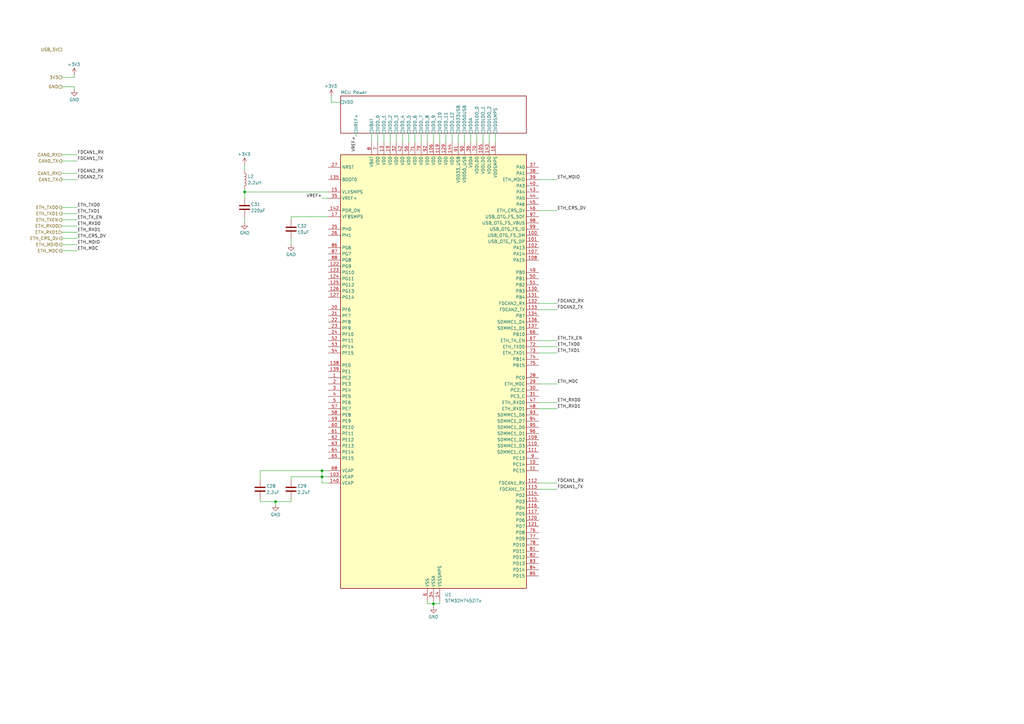
<source format=kicad_sch>
(kicad_sch (version 20250114) (generator "eeschema") (generator_version "9.0")
  (paper "A3")
  (lib_symbols
    (symbol "Device:C" (pin_numbers (hide yes)) (pin_names (offset 0.254))
      (property "Reference" "C" (at 0.635 2.54 0))
      (property "Value" "C" (at 0.635 -2.54 0))
      (symbol "C_0_1"
        (polyline (pts (xy -2.032 0.762) (xy 2.032 0.762)) (stroke (width 0.508)))
        (polyline (pts (xy -2.032 -0.762) (xy 2.032 -0.762)) (stroke (width 0.508)))
      )
      (symbol "C_1_1"
        (pin passive line (at 0 3.81 270) (length 2.794) (name "~") (number "1"))
        (pin passive line (at 0 -3.81 90) (length 2.794) (name "~") (number "2"))
      )
    )
    (symbol "Device:L" (pin_numbers (hide yes)) (pin_names (offset 1.016) (hide yes))
      (property "Reference" "L" (at -1.27 0 90))
      (property "Value" "L" (at 1.905 0 90))
      (symbol "L_0_1"
        (arc (start 0 2.54) (mid 0.6323 1.905) (end 0 1.27))
        (arc (start 0 1.27) (mid 0.6323 0.635) (end 0 0))
        (arc (start 0 0) (mid 0.6323 -0.635) (end 0 -1.27))
        (arc (start 0 -1.27) (mid 0.6323 -1.905) (end 0 -2.54))
      )
      (symbol "L_1_1"
        (pin passive line (at 0 3.81 270) (length 1.27) (name "1") (number "1"))
        (pin passive line (at 0 -3.81 90) (length 1.27) (name "2") (number "2"))
      )
    )
    (symbol "MCU_ST_STM32H7:STM32H745ZITx"
      (property "Reference" "U" (at -38.1 90.17 0))
      (property "Value" "STM32H745ZITx" (at 27.94 90.17 0))
      (symbol "STM32H745ZITx_0_1"
        (rectangle (start -38.1 -88.9) (end 38.1 88.9) (stroke (width 0.254)) (fill (type background)))
      )
      (symbol "STM32H745ZITx_1_1"
        (pin input line (at -43.18 83.82 0) (length 5.08) (name "NRST") (number "27"))
        (pin input line (at -43.18 78.74 0) (length 5.08) (name "BOOT0") (number "135"))
        (pin power_in line (at -43.18 73.66 0) (length 5.08) (name "VLXSMPS") (number "15"))
        (pin input line (at -43.18 71.12 0) (length 5.08) (name "VREF+") (number "35"))
        (pin input line (at -43.18 66.04 0) (length 5.08) (name "PDR_ON") (number "142"))
        (pin input line (at -43.18 63.5 0) (length 5.08) (name "VFBSMPS") (number "17"))
        (pin bidirectional line (at -43.18 58.42 0) (length 5.08) (name "PH0") (number "25"))
        (pin bidirectional line (at -43.18 55.88 0) (length 5.08) (name "PH1") (number "26"))
        (pin bidirectional line (at -43.18 50.8 0) (length 5.08) (name "PG6") (number "86"))
        (pin bidirectional line (at -43.18 48.26 0) (length 5.08) (name "PG7") (number "87"))
        (pin bidirectional line (at -43.18 45.72 0) (length 5.08) (name "PG8") (number "88"))
        (pin bidirectional line (at -43.18 43.18 0) (length 5.08) (name "PG9") (number "122"))
        (pin bidirectional line (at -43.18 40.64 0) (length 5.08) (name "PG10") (number "123"))
        (pin bidirectional line (at -43.18 38.1 0) (length 5.08) (name "PG11") (number "124") (alternate "ETH_TX_EN" bidirectional line))
        (pin bidirectional line (at -43.18 35.56 0) (length 5.08) (name "PG12") (number "125") (alternate "ETH_TXD1" bidirectional line))
        (pin bidirectional line (at -43.18 33.02 0) (length 5.08) (name "PG13") (number "126") (alternate "ETH_TXD0" bidirectional line))
        (pin bidirectional line (at -43.18 30.48 0) (length 5.08) (name "PG14") (number "127") (alternate "ETH_TXD1" bidirectional line))
        (pin bidirectional line (at -43.18 25.4 0) (length 5.08) (name "PF6") (number "20"))
        (pin bidirectional line (at -43.18 22.86 0) (length 5.08) (name "PF7") (number "21"))
        (pin bidirectional line (at -43.18 20.32 0) (length 5.08) (name "PF8") (number "22"))
        (pin bidirectional line (at -43.18 17.78 0) (length 5.08) (name "PF9") (number "23"))
        (pin bidirectional line (at -43.18 15.24 0) (length 5.08) (name "PF10") (number "24"))
        (pin bidirectional line (at -43.18 12.7 0) (length 5.08) (name "PF11") (number "52"))
        (pin bidirectional line (at -43.18 10.16 0) (length 5.08) (name "PF14") (number "53"))
        (pin bidirectional line (at -43.18 7.62 0) (length 5.08) (name "PF15") (number "54"))
        (pin bidirectional line (at -43.18 2.54 0) (length 5.08) (name "PE0") (number "138"))
        (pin bidirectional line (at -43.18 0 0) (length 5.08) (name "PE1") (number "139"))
        (pin bidirectional line (at -43.18 -2.54 0) (length 5.08) (name "PE2") (number "1"))
        (pin bidirectional line (at -43.18 -5.08 0) (length 5.08) (name "PE3") (number "2"))
        (pin bidirectional line (at -43.18 -7.62 0) (length 5.08) (name "PE4") (number "3"))
        (pin bidirectional line (at -43.18 -10.16 0) (length 5.08) (name "PE5") (number "4"))
        (pin bidirectional line (at -43.18 -12.7 0) (length 5.08) (name "PE6") (number "5"))
        (pin bidirectional line (at -43.18 -15.24 0) (length 5.08) (name "PE7") (number "57"))
        (pin bidirectional line (at -43.18 -17.78 0) (length 5.08) (name "PE8") (number "58"))
        (pin bidirectional line (at -43.18 -20.32 0) (length 5.08) (name "PE9") (number "59"))
        (pin bidirectional line (at -43.18 -22.86 0) (length 5.08) (name "PE10") (number "60"))
        (pin bidirectional line (at -43.18 -25.4 0) (length 5.08) (name "PE11") (number "61"))
        (pin bidirectional line (at -43.18 -27.94 0) (length 5.08) (name "PE12") (number "62"))
        (pin bidirectional line (at -43.18 -30.48 0) (length 5.08) (name "PE13") (number "63"))
        (pin bidirectional line (at -43.18 -33.02 0) (length 5.08) (name "PE14") (number "64"))
        (pin bidirectional line (at -43.18 -35.56 0) (length 5.08) (name "PE15") (number "65"))
        (pin power_out line (at -43.18 -40.64 0) (length 5.08) (name "VCAP") (number "68"))
        (pin power_out line (at -43.18 -43.18 0) (length 5.08) (name "VCAP") (number "103"))
        (pin power_out line (at -43.18 -45.72 0) (length 5.08) (name "VCAP") (number "140"))
        (pin power_in line (at -25.4 93.98 270) (length 5.08) (name "VBAT") (number "8"))
        (pin power_in line (at -22.86 93.98 270) (length 5.08) (name "VDD") (number "7"))
        (pin power_in line (at -20.32 93.98 270) (length 5.08) (name "VDD") (number "13"))
        (pin power_in line (at -17.78 93.98 270) (length 5.08) (name "VDD") (number "19"))
        (pin power_in line (at -15.24 93.98 270) (length 5.08) (name "VDD") (number "32"))
        (pin power_in line (at -12.7 93.98 270) (length 5.08) (name "VDD") (number "42"))
        (pin power_in line (at -10.16 93.98 270) (length 5.08) (name "VDD") (number "56"))
        (pin power_in line (at -7.62 93.98 270) (length 5.08) (name "VDD") (number "71"))
        (pin power_in line (at -5.08 93.98 270) (length 5.08) (name "VDD") (number "79"))
        (pin power_in line (at -2.54 93.98 270) (length 5.08) (name "VDD") (number "92"))
        (pin passive line (at -2.54 -93.98 90) (length 5.08) (hide yes) (name "VSS") (number "104"))
        (pin passive line (at -2.54 -93.98 90) (length 5.08) (hide yes) (name "VSS") (number "118"))
        (pin passive line (at -2.54 -93.98 90) (length 5.08) (hide yes) (name "VSS") (number "12"))
        (pin passive line (at -2.54 -93.98 90) (length 5.08) (hide yes) (name "VSS") (number "128"))
        (pin passive line (at -2.54 -93.98 90) (length 5.08) (hide yes) (name "VSS") (number "141"))
        (pin passive line (at -2.54 -93.98 90) (length 5.08) (hide yes) (name "VSS") (number "18"))
        (pin passive line (at -2.54 -93.98 90) (length 5.08) (hide yes) (name "VSS") (number "33"))
        (pin passive line (at -2.54 -93.98 90) (length 5.08) (hide yes) (name "VSS") (number "41"))
        (pin passive line (at -2.54 -93.98 90) (length 5.08) (hide yes) (name "VSS") (number "55"))
        (pin power_in line (at -2.54 -93.98 90) (length 5.08) (name "VSS") (number "6"))
        (pin passive line (at -2.54 -93.98 90) (length 5.08) (hide yes) (name "VSS") (number "69"))
        (pin passive line (at -2.54 -93.98 90) (length 5.08) (hide yes) (name "VSS") (number "80"))
        (pin passive line (at -2.54 -93.98 90) (length 5.08) (hide yes) (name "VSS") (number "89"))
        (pin power_in line (at 0 93.98 270) (length 5.08) (name "VDD") (number "106"))
        (pin power_in line (at 0 -93.98 90) (length 5.08) (name "VSSA") (number "34"))
        (pin power_in line (at 2.54 93.98 270) (length 5.08) (name "VDD") (number "119"))
        (pin power_in line (at 2.54 -93.98 90) (length 5.08) (name "VSSSMPS") (number "14"))
        (pin power_in line (at 5.08 93.98 270) (length 5.08) (name "VDD") (number "129"))
        (pin power_in line (at 7.62 93.98 270) (length 5.08) (name "VDD") (number "144"))
        (pin power_in line (at 10.16 93.98 270) (length 5.08) (name "VDD33_USB") (number "91"))
        (pin power_in line (at 12.7 93.98 270) (length 5.08) (name "VDD50_USB") (number "90"))
        (pin power_in line (at 15.24 93.98 270) (length 5.08) (name "VDDA") (number "36"))
        (pin power_in line (at 17.78 93.98 270) (length 5.08) (name "VDDLDO") (number "70"))
        (pin power_in line (at 20.32 93.98 270) (length 5.08) (name "VDDLDO") (number "105"))
        (pin power_in line (at 22.86 93.98 270) (length 5.08) (name "VDDLDO") (number "143"))
        (pin power_in line (at 25.4 93.98 270) (length 5.08) (name "VDDSMPS") (number "16"))
        (pin bidirectional line (at 43.18 83.82 180) (length 5.08) (name "PA0") (number "37"))
        (pin bidirectional line (at 43.18 81.28 180) (length 5.08) (name "PA1") (number "38"))
        (pin bidirectional line (at 43.18 78.74 180) (length 5.08) (name "PA2") (number "39") (alternate "ETH_MDIO" bidirectional line))
        (pin bidirectional line (at 43.18 76.2 180) (length 5.08) (name "PA3") (number "40"))
        (pin bidirectional line (at 43.18 73.66 180) (length 5.08) (name "PA4") (number "43"))
        (pin bidirectional line (at 43.18 71.12 180) (length 5.08) (name "PA5") (number "44"))
        (pin bidirectional line (at 43.18 68.58 180) (length 5.08) (name "PA6") (number "45"))
        (pin bidirectional line (at 43.18 66.04 180) (length 5.08) (name "PA7") (number "46") (alternate "ETH_CRS_DV" bidirectional line))
        (pin bidirectional line (at 43.18 63.5 180) (length 5.08) (name "PA8") (number "97") (alternate "USB_OTG_FS_SOF" bidirectional line))
        (pin bidirectional line (at 43.18 60.96 180) (length 5.08) (name "PA9") (number "98") (alternate "USB_OTG_FS_VBUS" bidirectional line))
        (pin bidirectional line (at 43.18 58.42 180) (length 5.08) (name "PA10") (number "99") (alternate "USB_OTG_FS_ID" bidirectional line))
        (pin bidirectional line (at 43.18 55.88 180) (length 5.08) (name "PA11") (number "100") (alternate "FDCAN1_RX" bidirectional line) (alternate "USB_OTG_FS_DM" bidirectional line))
        (pin bidirectional line (at 43.18 53.34 180) (length 5.08) (name "PA12") (number "101") (alternate "FDCAN1_TX" bidirectional line) (alternate "USB_OTG_FS_DP" bidirectional line))
        (pin bidirectional line (at 43.18 50.8 180) (length 5.08) (name "PA13") (number "102"))
        (pin bidirectional line (at 43.18 48.26 180) (length 5.08) (name "PA14") (number "107"))
        (pin bidirectional line (at 43.18 45.72 180) (length 5.08) (name "PA15") (number "108"))
        (pin bidirectional line (at 43.18 40.64 180) (length 5.08) (name "PB0") (number "49"))
        (pin bidirectional line (at 43.18 38.1 180) (length 5.08) (name "PB1") (number "50"))
        (pin bidirectional line (at 43.18 35.56 180) (length 5.08) (name "PB2") (number "51"))
        (pin bidirectional line (at 43.18 33.02 180) (length 5.08) (name "PB3") (number "130"))
        (pin bidirectional line (at 43.18 30.48 180) (length 5.08) (name "PB4") (number "131"))
        (pin bidirectional line (at 43.18 27.94 180) (length 5.08) (name "PB5") (number "132") (alternate "FDCAN2_RX" bidirectional line))
        (pin bidirectional line (at 43.18 25.4 180) (length 5.08) (name "PB6") (number "133") (alternate "FDCAN2_TX" bidirectional line))
        (pin bidirectional line (at 43.18 22.86 180) (length 5.08) (name "PB7") (number "134"))
        (pin bidirectional line (at 43.18 20.32 180) (length 5.08) (name "PB8") (number "136") (alternate "FDCAN1_RX" bidirectional line) (alternate "SDMMC1_D4" bidirectional line))
        (pin bidirectional line (at 43.18 17.78 180) (length 5.08) (name "PB9") (number "137") (alternate "FDCAN1_TX" bidirectional line) (alternate "SDMMC1_D5" bidirectional line))
        (pin bidirectional line (at 43.18 15.24 180) (length 5.08) (name "PB10") (number "66"))
        (pin bidirectional line (at 43.18 12.7 180) (length 5.08) (name "PB11") (number "67") (alternate "ETH_TX_EN" bidirectional line))
        (pin bidirectional line (at 43.18 10.16 180) (length 5.08) (name "PB12") (number "72") (alternate "ETH_TXD0" bidirectional line) (alternate "FDCAN2_RX" bidirectional line))
        (pin bidirectional line (at 43.18 7.62 180) (length 5.08) (name "PB13") (number "73") (alternate "ETH_TXD1" bidirectional line) (alternate "FDCAN2_TX" bidirectional line))
        (pin bidirectional line (at 43.18 5.08 180) (length 5.08) (name "PB14") (number "74"))
        (pin bidirectional line (at 43.18 2.54 180) (length 5.08) (name "PB15") (number "75"))
        (pin bidirectional line (at 43.18 -2.54 180) (length 5.08) (name "PC0") (number "28"))
        (pin bidirectional line (at 43.18 -5.08 180) (length 5.08) (name "PC1") (number "29") (alternate "ETH_MDC" bidirectional line))
        (pin bidirectional line (at 43.18 -7.62 180) (length 5.08) (name "PC2_C") (number "30"))
        (pin bidirectional line (at 43.18 -10.16 180) (length 5.08) (name "PC3_C") (number "31"))
        (pin bidirectional line (at 43.18 -12.7 180) (length 5.08) (name "PC4") (number "47") (alternate "ETH_RXD0" bidirectional line))
        (pin bidirectional line (at 43.18 -15.24 180) (length 5.08) (name "PC5") (number "48") (alternate "ETH_RXD1" bidirectional line))
        (pin bidirectional line (at 43.18 -17.78 180) (length 5.08) (name "PC6") (number "93") (alternate "SDMMC1_D6" bidirectional line))
        (pin bidirectional line (at 43.18 -20.32 180) (length 5.08) (name "PC7") (number "94") (alternate "SDMMC1_D7" bidirectional line))
        (pin bidirectional line (at 43.18 -22.86 180) (length 5.08) (name "PC8") (number "95") (alternate "SDMMC1_D0" bidirectional line))
        (pin bidirectional line (at 43.18 -25.4 180) (length 5.08) (name "PC9") (number "96") (alternate "SDMMC1_D1" bidirectional line))
        (pin bidirectional line (at 43.18 -27.94 180) (length 5.08) (name "PC10") (number "109") (alternate "SDMMC1_D2" bidirectional line))
        (pin bidirectional line (at 43.18 -30.48 180) (length 5.08) (name "PC11") (number "110") (alternate "SDMMC1_D3" bidirectional line))
        (pin bidirectional line (at 43.18 -33.02 180) (length 5.08) (name "PC12") (number "111") (alternate "SDMMC1_CK" bidirectional line))
        (pin bidirectional line (at 43.18 -35.56 180) (length 5.08) (name "PC13") (number "9"))
        (pin bidirectional line (at 43.18 -38.1 180) (length 5.08) (name "PC14") (number "10"))
        (pin bidirectional line (at 43.18 -40.64 180) (length 5.08) (name "PC15") (number "11"))
        (pin bidirectional line (at 43.18 -45.72 180) (length 5.08) (name "PD0") (number "112") (alternate "FDCAN1_RX" bidirectional line))
        (pin bidirectional line (at 43.18 -48.26 180) (length 5.08) (name "PD1") (number "113") (alternate "FDCAN1_TX" bidirectional line))
        (pin bidirectional line (at 43.18 -50.8 180) (length 5.08) (name "PD2") (number "114"))
        (pin bidirectional line (at 43.18 -53.34 180) (length 5.08) (name "PD3") (number "115"))
        (pin bidirectional line (at 43.18 -55.88 180) (length 5.08) (name "PD4") (number "116"))
        (pin bidirectional line (at 43.18 -58.42 180) (length 5.08) (name "PD5") (number "117"))
        (pin bidirectional line (at 43.18 -60.96 180) (length 5.08) (name "PD6") (number "120"))
        (pin bidirectional line (at 43.18 -63.5 180) (length 5.08) (name "PD7") (number "121"))
        (pin bidirectional line (at 43.18 -66.04 180) (length 5.08) (name "PD8") (number "76"))
        (pin bidirectional line (at 43.18 -68.58 180) (length 5.08) (name "PD9") (number "77"))
        (pin bidirectional line (at 43.18 -71.12 180) (length 5.08) (name "PD10") (number "78"))
        (pin bidirectional line (at 43.18 -73.66 180) (length 5.08) (name "PD11") (number "81"))
        (pin bidirectional line (at 43.18 -76.2 180) (length 5.08) (name "PD12") (number "82"))
        (pin bidirectional line (at 43.18 -78.74 180) (length 5.08) (name "PD13") (number "83"))
        (pin bidirectional line (at 43.18 -81.28 180) (length 5.08) (name "PD14") (number "84"))
        (pin bidirectional line (at 43.18 -83.82 180) (length 5.08) (name "PD15") (number "85"))
      )
    )
    (symbol "power:+5V" (power) (pin_numbers (hide yes)) (pin_names (offset 0) (hide yes))
      (property "Value" "+5V" (at 0 3.556 0))
      (symbol "+5V_0_1"
        (polyline (pts (xy -0.762 1.27) (xy 0 2.54)))
        (polyline (pts (xy 0 2.54) (xy 0.762 1.27)))
        (polyline (pts (xy 0 0) (xy 0 2.54)))
      )
      (symbol "+5V_1_1"
        (pin power_in line (at 0 0 90) (length 0) (name "~") (number "1"))
      )
    )
    (symbol "power:GND" (power) (pin_numbers (hide yes)) (pin_names (offset 0) (hide yes))
      (property "Value" "GND" (at 0 -3.81 0))
      (symbol "GND_0_1"
        (polyline (pts (xy 0 0) (xy 0 -1.27) (xy 1.27 -1.27) (xy 0 -2.54) (xy -1.27 -1.27) (xy 0 -1.27)))
      )
      (symbol "GND_1_1"
        (pin power_in line (at 0 0 270) (length 0) (name "~") (number "1"))
      )
    )
  )
  (junction (at 177.8 247.65))
  (junction (at 132.08 195.58))
  (junction (at 100.33 78.74))
  (junction (at 113.03 205.74))
  (junction (at 132.08 193.04))
  (wire (pts (xy 146.05 54.61) (xy 146.05 55.88)))
  (wire (pts (xy 100.33 78.74) (xy 134.62 78.74)))
  (wire (pts (xy 228.6 124.46) (xy 220.98 124.46)))
  (wire (pts (xy 228.6 157.48) (xy 220.98 157.48)))
  (wire (pts (xy 100.33 78.74) (xy 100.33 81.28)))
  (wire (pts (xy 25.4 31.75) (xy 30.48 31.75)))
  (wire (pts (xy 180.34 246.38) (xy 180.34 247.65)))
  (wire (pts (xy 25.4 95.25) (xy 31.75 95.25)))
  (wire (pts (xy 167.64 54.61) (xy 167.64 58.42)))
  (wire (pts (xy 187.96 54.61) (xy 187.96 58.42)))
  (wire (pts (xy 132.08 195.58) (xy 134.62 195.58)))
  (wire (pts (xy 228.6 86.36) (xy 220.98 86.36)))
  (wire (pts (xy 119.38 195.58) (xy 119.38 196.85)))
  (wire (pts (xy 25.4 85.09) (xy 31.75 85.09)))
  (wire (pts (xy 165.1 54.61) (xy 165.1 58.42)))
  (wire (pts (xy 25.4 87.63) (xy 31.75 87.63)))
  (wire (pts (xy 170.18 54.61) (xy 170.18 58.42)))
  (wire (pts (xy 30.48 36.83) (xy 30.48 35.56)))
  (wire (pts (xy 160.02 54.61) (xy 160.02 58.42)))
  (wire (pts (xy 119.38 97.79) (xy 119.38 100.33)))
  (wire (pts (xy 100.33 88.9) (xy 100.33 91.44)))
  (wire (pts (xy 25.4 100.33) (xy 31.75 100.33)))
  (wire (pts (xy 113.03 205.74) (xy 119.38 205.74)))
  (wire (pts (xy 30.48 35.56) (xy 25.4 35.56)))
  (wire (pts (xy 175.26 54.61) (xy 175.26 58.42)))
  (wire (pts (xy 132.08 193.04) (xy 132.08 195.58)))
  (wire (pts (xy 132.08 193.04) (xy 106.68 193.04)))
  (wire (pts (xy 25.4 102.87) (xy 31.75 102.87)))
  (wire (pts (xy 25.4 73.66) (xy 31.75 73.66)))
  (wire (pts (xy 177.8 247.65) (xy 180.34 247.65)))
  (wire (pts (xy 30.48 31.75) (xy 30.48 30.48)))
  (wire (pts (xy 177.8 54.61) (xy 177.8 58.42)))
  (wire (pts (xy 185.42 54.61) (xy 185.42 58.42)))
  (wire (pts (xy 152.4 54.61) (xy 152.4 58.42)))
  (wire (pts (xy 113.03 205.74) (xy 106.68 205.74)))
  (wire (pts (xy 25.4 92.71) (xy 31.75 92.71)))
  (wire (pts (xy 119.38 90.17) (xy 119.38 88.9)))
  (wire (pts (xy 228.6 198.12) (xy 220.98 198.12)))
  (wire (pts (xy 228.6 167.64) (xy 220.98 167.64)))
  (wire (pts (xy 228.6 144.78) (xy 220.98 144.78)))
  (wire (pts (xy 193.04 54.61) (xy 193.04 58.42)))
  (wire (pts (xy 106.68 204.47) (xy 106.68 205.74)))
  (wire (pts (xy 180.34 54.61) (xy 180.34 58.42)))
  (wire (pts (xy 100.33 67.31) (xy 100.33 69.85)))
  (wire (pts (xy 132.08 81.28) (xy 134.62 81.28)))
  (wire (pts (xy 119.38 195.58) (xy 132.08 195.58)))
  (wire (pts (xy 172.72 54.61) (xy 172.72 58.42)))
  (wire (pts (xy 135.89 39.37) (xy 135.89 41.91)))
  (wire (pts (xy 31.75 63.5) (xy 25.4 63.5)))
  (wire (pts (xy 132.08 195.58) (xy 132.08 198.12)))
  (wire (pts (xy 228.6 127) (xy 220.98 127)))
  (wire (pts (xy 195.58 54.61) (xy 195.58 58.42)))
  (wire (pts (xy 182.88 54.61) (xy 182.88 58.42)))
  (wire (pts (xy 200.66 54.61) (xy 200.66 58.42)))
  (wire (pts (xy 135.89 41.91) (xy 139.7 41.91)))
  (wire (pts (xy 190.5 54.61) (xy 190.5 58.42)))
  (wire (pts (xy 228.6 73.66) (xy 220.98 73.66)))
  (wire (pts (xy 100.33 77.47) (xy 100.33 78.74)))
  (wire (pts (xy 25.4 90.17) (xy 31.75 90.17)))
  (wire (pts (xy 134.62 198.12) (xy 132.08 198.12)))
  (wire (pts (xy 162.56 54.61) (xy 162.56 58.42)))
  (wire (pts (xy 228.6 200.66) (xy 220.98 200.66)))
  (wire (pts (xy 25.4 71.12) (xy 31.75 71.12)))
  (wire (pts (xy 113.03 207.01) (xy 113.03 205.74)))
  (wire (pts (xy 177.8 247.65) (xy 177.8 248.92)))
  (wire (pts (xy 177.8 246.38) (xy 177.8 247.65)))
  (wire (pts (xy 119.38 88.9) (xy 134.62 88.9)))
  (wire (pts (xy 134.62 193.04) (xy 132.08 193.04)))
  (wire (pts (xy 175.26 247.65) (xy 177.8 247.65)))
  (wire (pts (xy 106.68 193.04) (xy 106.68 196.85)))
  (wire (pts (xy 154.94 54.61) (xy 154.94 58.42)))
  (wire (pts (xy 228.6 165.1) (xy 220.98 165.1)))
  (wire (pts (xy 198.12 54.61) (xy 198.12 58.42)))
  (wire (pts (xy 228.6 142.24) (xy 220.98 142.24)))
  (wire (pts (xy 175.26 246.38) (xy 175.26 247.65)))
  (wire (pts (xy 228.6 139.7) (xy 220.98 139.7)))
  (wire (pts (xy 25.4 97.79) (xy 31.75 97.79)))
  (wire (pts (xy 157.48 54.61) (xy 157.48 58.42)))
  (wire (pts (xy 203.2 54.61) (xy 203.2 58.42)))
  (wire (pts (xy 31.75 66.04) (xy 25.4 66.04)))
  (wire (pts (xy 119.38 204.47) (xy 119.38 205.74)))
  (label "FDCAN1_RX" (at 228.6 198.12 0))
  (label "VREF+" (at 132.08 81.28 180))
  (label "FDCAN1_TX" (at 31.75 66.04 0))
  (label "ETH_MDIO" (at 228.6 73.66 0))
  (label "ETH_MDC" (at 228.6 157.48 0))
  (label "ETH_TXD1" (at 228.6 144.78 0))
  (label "ETH_TX_EN" (at 228.6 139.7 0))
  (label "FDCAN2_TX" (at 228.6 127 0))
  (label "ETH_TX_EN" (at 31.75 90.17 0))
  (label "ETH_RXD1" (at 31.75 95.25 0))
  (label "FDCAN1_RX" (at 31.75 63.5 0))
  (label "ETH_RXD0" (at 31.75 92.71 0))
  (label "ETH_TXD0" (at 31.75 85.09 0))
  (label "FDCAN2_RX" (at 228.6 124.46 0))
  (label "FDCAN1_TX" (at 228.6 200.66 0))
  (label "ETH_CRS_DV" (at 228.6 86.36 0))
  (label "ETH_RXD1" (at 228.6 167.64 0))
  (label "ETH_RXD0" (at 228.6 165.1 0))
  (label "VREF+" (at 146.05 55.88 270))
  (label "ETH_CRS_DV" (at 31.75 97.79 0))
  (label "FDCAN2_RX" (at 31.75 71.12 0))
  (label "FDCAN2_TX" (at 31.75 73.66 0))
  (label "ETH_TXD0" (at 228.6 142.24 0))
  (label "ETH_MDIO" (at 31.75 100.33 0))
  (label "ETH_TXD1" (at 31.75 87.63 0))
  (label "ETH_MDC" (at 31.75 102.87 0))
  (hierarchical_label "CAN1_TX" (shape output) (at 25.4 73.66 180))
  (hierarchical_label "ETH_MDIO" (shape output) (at 25.4 100.33 180))
  (hierarchical_label "CAN0_TX" (shape output) (at 25.4 66.04 180))
  (hierarchical_label "GND" (shape passive) (at 25.4 35.56 180))
  (hierarchical_label "ETH_TXD1" (shape output) (at 25.4 87.63 180))
  (hierarchical_label "3V3" (shape passive) (at 25.4 31.75 180))
  (hierarchical_label "ETH_TXEN" (shape output) (at 25.4 90.17 180))
  (hierarchical_label "ETH_CRS_DV" (shape output) (at 25.4 97.79 180))
  (hierarchical_label "CAN1_RX" (shape input) (at 25.4 71.12 180))
  (hierarchical_label "ETH_MDC" (shape output) (at 25.4 102.87 180))
  (hierarchical_label "ETH_RXD1" (shape input) (at 25.4 95.25 180))
  (hierarchical_label "USB_5V" (shape passive) (at 25.4 20.32 180))
  (hierarchical_label "ETH_RXD0" (shape input) (at 25.4 92.71 180))
  (hierarchical_label "ETH_TXD0" (shape output) (at 25.4 85.09 180))
  (hierarchical_label "CAN0_RX" (shape input) (at 25.4 63.5 180))
  (symbol (lib_id "power:GND") (at 177.8 248.92 0) (unit 1)
    (property "Reference" "#PWR037" (effects (hide yes)))
    (property "Value" "GND" (at 177.8 252.984 0))
    (property "Description" "Power symbol creates a global label with name \"GND\" , ground" (effects (hide yes)))
  )
  (symbol (lib_id "power:GND") (at 119.38 100.33 0) (unit 1)
    (property "Reference" "#PWR046" (effects (hide yes)))
    (property "Value" "GND" (at 119.38 104.394 0))
    (property "Description" "Power symbol creates a global label with name \"GND\" , ground" (effects (hide yes)))
  )
  (symbol (lib_id "power:+5V") (at 135.89 39.37 0) (unit 1)
    (property "Reference" "#PWR044" (effects (hide yes)))
    (property "Value" "+3V3" (at 135.636 35.306 0))
    (property "Description" "Power symbol creates a global label with name \"+5V\"" (effects (hide yes)))
  )
  (symbol (lib_id "power:+5V") (at 100.33 67.31 0) (unit 1)
    (property "Reference" "#PWR01" (effects (hide yes)))
    (property "Value" "+3V3" (at 100.076 63.246 0))
    (property "Description" "Power symbol creates a global label with name \"+5V\"" (effects (hide yes)))
  )
  (symbol (lib_id "power:+5V") (at 30.48 30.48 0) (unit 1)
    (property "Reference" "#PWR043" (effects (hide yes)))
    (property "Value" "+3V3" (at 30.226 26.416 0))
    (property "Description" "Power symbol creates a global label with name \"+5V\"" (effects (hide yes)))
  )
  (symbol (lib_id "Device:C") (at 119.38 200.66 0) (unit 1)
    (property "Reference" "C29" (at 121.92 199.39 0) (effects (justify left)))
    (property "Value" "2.2uF" (at 121.92 201.93 0) (effects (justify left)))
    (property "Footprint" "Capacitor_SMD:C_0402_1005Metric_Pad0.74x0.62mm_HandSolder" (effects (hide yes)))
    (property "Description" "Unpolarized capacitor" (effects (hide yes)))
  )
  (symbol (lib_id "Device:C") (at 119.38 93.98 0) (unit 1)
    (property "Reference" "C32" (at 121.92 92.71 0) (effects (justify left)))
    (property "Value" "10uF" (at 121.92 95.25 0) (effects (justify left)))
    (property "Footprint" "Capacitor_SMD:C_0402_1005Metric_Pad0.74x0.62mm_HandSolder" (effects (hide yes)))
    (property "Description" "Unpolarized capacitor" (effects (hide yes)))
  )
  (symbol (lib_id "power:GND") (at 100.33 91.44 0) (unit 1)
    (property "Reference" "#PWR045" (effects (hide yes)))
    (property "Value" "GND" (at 100.33 95.504 0))
    (property "Description" "Power symbol creates a global label with name \"GND\" , ground" (effects (hide yes)))
  )
  (symbol (lib_id "Device:L") (at 100.33 73.66 0) (unit 1)
    (property "Reference" "L2" (at 101.6 72.3899 0) (effects (justify left)))
    (property "Value" "2.2uH" (at 101.6 74.9299 0) (effects (justify left)))
    (property "Description" "Inductor" (effects (hide yes)))
  )
  (symbol (lib_id "power:GND") (at 30.48 36.83 0) (unit 1)
    (property "Reference" "#PWR038" (effects (hide yes)))
    (property "Value" "GND" (at 30.48 40.894 0))
    (property "Description" "Power symbol creates a global label with name \"GND\" , ground" (effects (hide yes)))
  )
  (symbol (lib_id "Device:C") (at 106.68 200.66 0) (unit 1)
    (property "Reference" "C28" (at 109.22 199.39 0) (effects (justify left)))
    (property "Value" "2.2uF" (at 109.22 201.93 0) (effects (justify left)))
    (property "Footprint" "Capacitor_SMD:C_0402_1005Metric_Pad0.74x0.62mm_HandSolder" (effects (hide yes)))
    (property "Description" "Unpolarized capacitor" (effects (hide yes)))
  )
  (symbol (lib_id "power:GND") (at 113.03 207.01 0) (unit 1)
    (property "Reference" "#PWR039" (effects (hide yes)))
    (property "Value" "GND" (at 113.03 211.074 0))
    (property "Description" "Power symbol creates a global label with name \"GND\" , ground" (effects (hide yes)))
  )
  (symbol (lib_id "MCU_ST_STM32H7:STM32H745ZITx") (at 177.8 152.4 0) (unit 1)
    (property "Reference" "U1" (at 182.4833 243.84 0) (effects (justify left)))
    (property "Value" "STM32H745ZITx" (at 182.4833 246.38 0) (effects (justify left)))
    (property "Footprint" "Package_QFP:LQFP-144_20x20mm_P0.5mm" (effects (hide yes)))
    (property "Datasheet" "https://www.st.com/resource/en/datasheet/stm32h745zi.pdf" (effects (hide yes)))
    (property "Description" "STMicroelectronics Arm Cortex-M7 MCU, 2048KB flash, 1024KB RAM, 480 MHz, 1.62-3.6V, 99 GPIO, LQFP144" (effects (hide yes)))
    (pin "39" (alternate "ETH_MDIO"))
    (pin "133" (alternate "FDCAN2_TX"))
    (pin "101" (alternate "USB_OTG_FS_DP"))
    (pin "132" (alternate "FDCAN2_RX"))
    (pin "67" (alternate "ETH_TX_EN"))
    (pin "99" (alternate "USB_OTG_FS_ID"))
    (pin "136" (alternate "SDMMC1_D4"))
    (pin "100" (alternate "USB_OTG_FS_DM"))
    (pin "46" (alternate "ETH_CRS_DV"))
    (pin "97" (alternate "USB_OTG_FS_SOF"))
    (pin "98" (alternate "USB_OTG_FS_VBUS"))
    (pin "137" (alternate "SDMMC1_D5"))
    (pin "72" (alternate "ETH_TXD0"))
    (pin "73" (alternate "ETH_TXD1"))
    (pin "112" (alternate "FDCAN1_RX"))
    (pin "113" (alternate "FDCAN1_TX"))
    (pin "109" (alternate "SDMMC1_D2"))
    (pin "111" (alternate "SDMMC1_CK"))
    (pin "95" (alternate "SDMMC1_D0"))
    (pin "94" (alternate "SDMMC1_D7"))
    (pin "47" (alternate "ETH_RXD0"))
    (pin "48" (alternate "ETH_RXD1"))
    (pin "96" (alternate "SDMMC1_D1"))
    (pin "93" (alternate "SDMMC1_D6"))
    (pin "110" (alternate "SDMMC1_D3"))
    (pin "29" (alternate "ETH_MDC"))
  )
  (symbol (lib_id "Device:C") (at 100.33 85.09 0) (unit 1)
    (property "Reference" "C31" (at 102.87 83.82 0) (effects (justify left)))
    (property "Value" "220pF" (at 102.87 86.36 0) (effects (justify left)))
    (property "Footprint" "Capacitor_SMD:C_0402_1005Metric_Pad0.74x0.62mm_HandSolder" (effects (hide yes)))
    (property "Description" "Unpolarized capacitor" (effects (hide yes)))
  )
  (sheet (at 139.7 39.37) (size 76.2 15.24) (stroke (width 0.1524))
    (property "Sheetname" "MCU Power" (at 139.7 38.6584 0) (effects (justify left bottom)))
    (property "Sheetfile" "MCUPower.kicad_sch" (effects (hide yes)))
    (pin "VDD_1" passive (at 157.48 54.61 270))
    (pin "VDD_5" passive (at 167.64 54.61 270))
    (pin "VDD_6" passive (at 170.18 54.61 270))
    (pin "VDD_0" passive (at 154.94 54.61 270))
    (pin "VDD_2" passive (at 160.02 54.61 270))
    (pin "VDD_3" passive (at 162.56 54.61 270))
    (pin "VDD_4" passive (at 165.1 54.61 270))
    (pin "VDD_8" passive (at 175.26 54.61 270))
    (pin "VDD_10" passive (at 180.34 54.61 270))
    (pin "VDD_11" passive (at 182.88 54.61 270))
    (pin "VDD_9" passive (at 177.8 54.61 270))
    (pin "VDD_12" passive (at 185.42 54.61 270))
    (pin "VDD_7" passive (at 172.72 54.61 270))
    (pin "VDD" passive (at 139.7 41.91 180))
    (pin "VDD50USB" passive (at 190.5 54.61 270))
    (pin "VDD33USB" passive (at 187.96 54.61 270))
    (pin "VDDA" passive (at 193.04 54.61 270))
    (pin "VBAT" passive (at 152.4 54.61 270))
    (pin "VDDLDO_0" passive (at 195.58 54.61 270))
    (pin "VDDLDO_1" passive (at 198.12 54.61 270))
    (pin "VDDLDO_2" passive (at 200.66 54.61 270))
    (pin "VDDSMPS" passive (at 203.2 54.61 270))
    (pin "VREF+" passive (at 146.05 54.61 270))
  )
)
</source>
